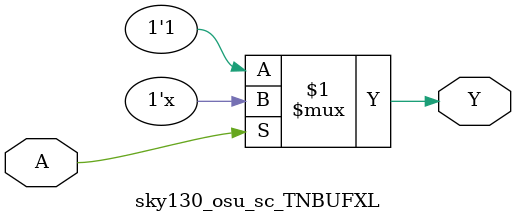
<source format=v>
`timescale 1ns/10ps
`celldefine
module sky130_osu_sc_TNBUFXL (Y, A);
	output Y;
	input A;

	// Function
	bufif0 (Y, 1'b1, A);

	// Timing
	specify
		(A => Y) = 0;
		(negedge A => (Y:1)) = 0;
	endspecify
endmodule
`endcelldefine


</source>
